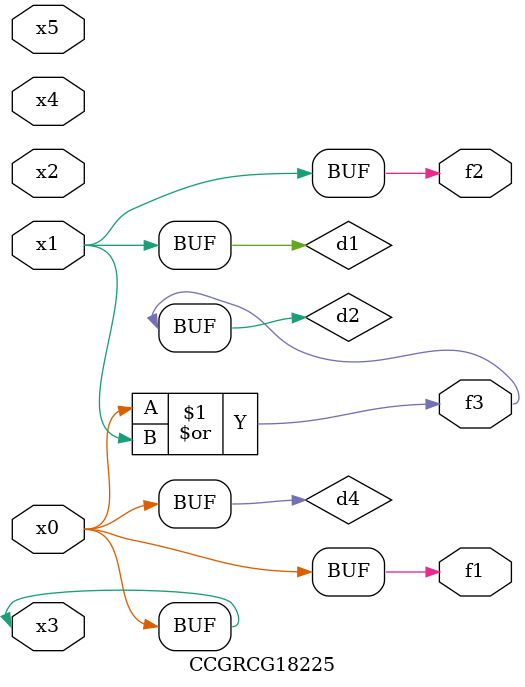
<source format=v>
module CCGRCG18225(
	input x0, x1, x2, x3, x4, x5,
	output f1, f2, f3
);

	wire d1, d2, d3, d4;

	and (d1, x1);
	or (d2, x0, x1);
	nand (d3, x0, x5);
	buf (d4, x0, x3);
	assign f1 = d4;
	assign f2 = d1;
	assign f3 = d2;
endmodule

</source>
